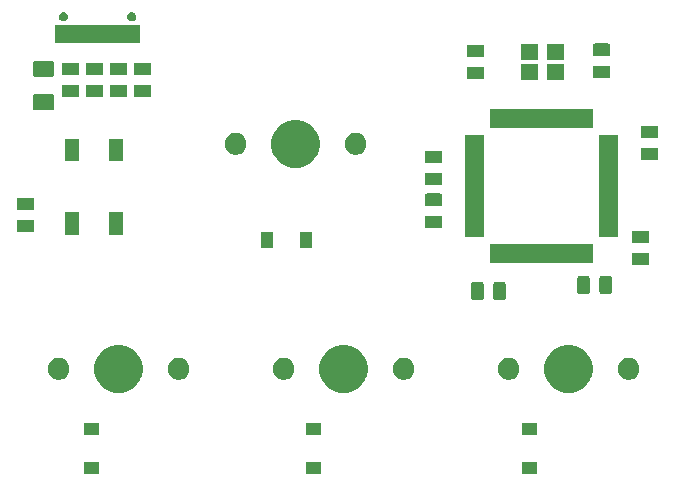
<source format=gbr>
G04 #@! TF.GenerationSoftware,KiCad,Pcbnew,(5.1.4)-1*
G04 #@! TF.CreationDate,2022-10-19T22:43:07-05:00*
G04 #@! TF.ProjectId,MusePad,4d757365-5061-4642-9e6b-696361645f70,rev?*
G04 #@! TF.SameCoordinates,Original*
G04 #@! TF.FileFunction,Soldermask,Bot*
G04 #@! TF.FilePolarity,Negative*
%FSLAX46Y46*%
G04 Gerber Fmt 4.6, Leading zero omitted, Abs format (unit mm)*
G04 Created by KiCad (PCBNEW (5.1.4)-1) date 2022-10-19 22:43:07*
%MOMM*%
%LPD*%
G04 APERTURE LIST*
%ADD10C,0.100000*%
G04 APERTURE END LIST*
D10*
G36*
X47895000Y-131563000D02*
G01*
X46593000Y-131563000D01*
X46593000Y-130561000D01*
X47895000Y-130561000D01*
X47895000Y-131563000D01*
X47895000Y-131563000D01*
G37*
G36*
X66691000Y-131563000D02*
G01*
X65389000Y-131563000D01*
X65389000Y-130561000D01*
X66691000Y-130561000D01*
X66691000Y-131563000D01*
X66691000Y-131563000D01*
G37*
G36*
X84979000Y-131563000D02*
G01*
X83677000Y-131563000D01*
X83677000Y-130561000D01*
X84979000Y-130561000D01*
X84979000Y-131563000D01*
X84979000Y-131563000D01*
G37*
G36*
X84979000Y-128263000D02*
G01*
X83677000Y-128263000D01*
X83677000Y-127261000D01*
X84979000Y-127261000D01*
X84979000Y-128263000D01*
X84979000Y-128263000D01*
G37*
G36*
X66691000Y-128263000D02*
G01*
X65389000Y-128263000D01*
X65389000Y-127261000D01*
X66691000Y-127261000D01*
X66691000Y-128263000D01*
X66691000Y-128263000D01*
G37*
G36*
X47895000Y-128263000D02*
G01*
X46593000Y-128263000D01*
X46593000Y-127261000D01*
X47895000Y-127261000D01*
X47895000Y-128263000D01*
X47895000Y-128263000D01*
G37*
G36*
X88226474Y-120715684D02*
G01*
X88444474Y-120805983D01*
X88598623Y-120869833D01*
X88933548Y-121093623D01*
X89218377Y-121378452D01*
X89442167Y-121713377D01*
X89474562Y-121791586D01*
X89596316Y-122085526D01*
X89674900Y-122480594D01*
X89674900Y-122883406D01*
X89596316Y-123278474D01*
X89545451Y-123401272D01*
X89442167Y-123650623D01*
X89218377Y-123985548D01*
X88933548Y-124270377D01*
X88598623Y-124494167D01*
X88444474Y-124558017D01*
X88226474Y-124648316D01*
X87831406Y-124726900D01*
X87428594Y-124726900D01*
X87033526Y-124648316D01*
X86815526Y-124558017D01*
X86661377Y-124494167D01*
X86326452Y-124270377D01*
X86041623Y-123985548D01*
X85817833Y-123650623D01*
X85714549Y-123401272D01*
X85663684Y-123278474D01*
X85585100Y-122883406D01*
X85585100Y-122480594D01*
X85663684Y-122085526D01*
X85785438Y-121791586D01*
X85817833Y-121713377D01*
X86041623Y-121378452D01*
X86326452Y-121093623D01*
X86661377Y-120869833D01*
X86815526Y-120805983D01*
X87033526Y-120715684D01*
X87428594Y-120637100D01*
X87831406Y-120637100D01*
X88226474Y-120715684D01*
X88226474Y-120715684D01*
G37*
G36*
X69176474Y-120715684D02*
G01*
X69394474Y-120805983D01*
X69548623Y-120869833D01*
X69883548Y-121093623D01*
X70168377Y-121378452D01*
X70392167Y-121713377D01*
X70424562Y-121791586D01*
X70546316Y-122085526D01*
X70624900Y-122480594D01*
X70624900Y-122883406D01*
X70546316Y-123278474D01*
X70495451Y-123401272D01*
X70392167Y-123650623D01*
X70168377Y-123985548D01*
X69883548Y-124270377D01*
X69548623Y-124494167D01*
X69394474Y-124558017D01*
X69176474Y-124648316D01*
X68781406Y-124726900D01*
X68378594Y-124726900D01*
X67983526Y-124648316D01*
X67765526Y-124558017D01*
X67611377Y-124494167D01*
X67276452Y-124270377D01*
X66991623Y-123985548D01*
X66767833Y-123650623D01*
X66664549Y-123401272D01*
X66613684Y-123278474D01*
X66535100Y-122883406D01*
X66535100Y-122480594D01*
X66613684Y-122085526D01*
X66735438Y-121791586D01*
X66767833Y-121713377D01*
X66991623Y-121378452D01*
X67276452Y-121093623D01*
X67611377Y-120869833D01*
X67765526Y-120805983D01*
X67983526Y-120715684D01*
X68378594Y-120637100D01*
X68781406Y-120637100D01*
X69176474Y-120715684D01*
X69176474Y-120715684D01*
G37*
G36*
X50126474Y-120715684D02*
G01*
X50344474Y-120805983D01*
X50498623Y-120869833D01*
X50833548Y-121093623D01*
X51118377Y-121378452D01*
X51342167Y-121713377D01*
X51374562Y-121791586D01*
X51496316Y-122085526D01*
X51574900Y-122480594D01*
X51574900Y-122883406D01*
X51496316Y-123278474D01*
X51445451Y-123401272D01*
X51342167Y-123650623D01*
X51118377Y-123985548D01*
X50833548Y-124270377D01*
X50498623Y-124494167D01*
X50344474Y-124558017D01*
X50126474Y-124648316D01*
X49731406Y-124726900D01*
X49328594Y-124726900D01*
X48933526Y-124648316D01*
X48715526Y-124558017D01*
X48561377Y-124494167D01*
X48226452Y-124270377D01*
X47941623Y-123985548D01*
X47717833Y-123650623D01*
X47614549Y-123401272D01*
X47563684Y-123278474D01*
X47485100Y-122883406D01*
X47485100Y-122480594D01*
X47563684Y-122085526D01*
X47685438Y-121791586D01*
X47717833Y-121713377D01*
X47941623Y-121378452D01*
X48226452Y-121093623D01*
X48561377Y-120869833D01*
X48715526Y-120805983D01*
X48933526Y-120715684D01*
X49328594Y-120637100D01*
X49731406Y-120637100D01*
X50126474Y-120715684D01*
X50126474Y-120715684D01*
G37*
G36*
X82820104Y-121791585D02*
G01*
X82988626Y-121861389D01*
X83140291Y-121962728D01*
X83269272Y-122091709D01*
X83370611Y-122243374D01*
X83440415Y-122411896D01*
X83476000Y-122590797D01*
X83476000Y-122773203D01*
X83440415Y-122952104D01*
X83370611Y-123120626D01*
X83269272Y-123272291D01*
X83140291Y-123401272D01*
X82988626Y-123502611D01*
X82820104Y-123572415D01*
X82641203Y-123608000D01*
X82458797Y-123608000D01*
X82279896Y-123572415D01*
X82111374Y-123502611D01*
X81959709Y-123401272D01*
X81830728Y-123272291D01*
X81729389Y-123120626D01*
X81659585Y-122952104D01*
X81624000Y-122773203D01*
X81624000Y-122590797D01*
X81659585Y-122411896D01*
X81729389Y-122243374D01*
X81830728Y-122091709D01*
X81959709Y-121962728D01*
X82111374Y-121861389D01*
X82279896Y-121791585D01*
X82458797Y-121756000D01*
X82641203Y-121756000D01*
X82820104Y-121791585D01*
X82820104Y-121791585D01*
G37*
G36*
X73930104Y-121791585D02*
G01*
X74098626Y-121861389D01*
X74250291Y-121962728D01*
X74379272Y-122091709D01*
X74480611Y-122243374D01*
X74550415Y-122411896D01*
X74586000Y-122590797D01*
X74586000Y-122773203D01*
X74550415Y-122952104D01*
X74480611Y-123120626D01*
X74379272Y-123272291D01*
X74250291Y-123401272D01*
X74098626Y-123502611D01*
X73930104Y-123572415D01*
X73751203Y-123608000D01*
X73568797Y-123608000D01*
X73389896Y-123572415D01*
X73221374Y-123502611D01*
X73069709Y-123401272D01*
X72940728Y-123272291D01*
X72839389Y-123120626D01*
X72769585Y-122952104D01*
X72734000Y-122773203D01*
X72734000Y-122590797D01*
X72769585Y-122411896D01*
X72839389Y-122243374D01*
X72940728Y-122091709D01*
X73069709Y-121962728D01*
X73221374Y-121861389D01*
X73389896Y-121791585D01*
X73568797Y-121756000D01*
X73751203Y-121756000D01*
X73930104Y-121791585D01*
X73930104Y-121791585D01*
G37*
G36*
X92980104Y-121791585D02*
G01*
X93148626Y-121861389D01*
X93300291Y-121962728D01*
X93429272Y-122091709D01*
X93530611Y-122243374D01*
X93600415Y-122411896D01*
X93636000Y-122590797D01*
X93636000Y-122773203D01*
X93600415Y-122952104D01*
X93530611Y-123120626D01*
X93429272Y-123272291D01*
X93300291Y-123401272D01*
X93148626Y-123502611D01*
X92980104Y-123572415D01*
X92801203Y-123608000D01*
X92618797Y-123608000D01*
X92439896Y-123572415D01*
X92271374Y-123502611D01*
X92119709Y-123401272D01*
X91990728Y-123272291D01*
X91889389Y-123120626D01*
X91819585Y-122952104D01*
X91784000Y-122773203D01*
X91784000Y-122590797D01*
X91819585Y-122411896D01*
X91889389Y-122243374D01*
X91990728Y-122091709D01*
X92119709Y-121962728D01*
X92271374Y-121861389D01*
X92439896Y-121791585D01*
X92618797Y-121756000D01*
X92801203Y-121756000D01*
X92980104Y-121791585D01*
X92980104Y-121791585D01*
G37*
G36*
X63770104Y-121791585D02*
G01*
X63938626Y-121861389D01*
X64090291Y-121962728D01*
X64219272Y-122091709D01*
X64320611Y-122243374D01*
X64390415Y-122411896D01*
X64426000Y-122590797D01*
X64426000Y-122773203D01*
X64390415Y-122952104D01*
X64320611Y-123120626D01*
X64219272Y-123272291D01*
X64090291Y-123401272D01*
X63938626Y-123502611D01*
X63770104Y-123572415D01*
X63591203Y-123608000D01*
X63408797Y-123608000D01*
X63229896Y-123572415D01*
X63061374Y-123502611D01*
X62909709Y-123401272D01*
X62780728Y-123272291D01*
X62679389Y-123120626D01*
X62609585Y-122952104D01*
X62574000Y-122773203D01*
X62574000Y-122590797D01*
X62609585Y-122411896D01*
X62679389Y-122243374D01*
X62780728Y-122091709D01*
X62909709Y-121962728D01*
X63061374Y-121861389D01*
X63229896Y-121791585D01*
X63408797Y-121756000D01*
X63591203Y-121756000D01*
X63770104Y-121791585D01*
X63770104Y-121791585D01*
G37*
G36*
X54880104Y-121791585D02*
G01*
X55048626Y-121861389D01*
X55200291Y-121962728D01*
X55329272Y-122091709D01*
X55430611Y-122243374D01*
X55500415Y-122411896D01*
X55536000Y-122590797D01*
X55536000Y-122773203D01*
X55500415Y-122952104D01*
X55430611Y-123120626D01*
X55329272Y-123272291D01*
X55200291Y-123401272D01*
X55048626Y-123502611D01*
X54880104Y-123572415D01*
X54701203Y-123608000D01*
X54518797Y-123608000D01*
X54339896Y-123572415D01*
X54171374Y-123502611D01*
X54019709Y-123401272D01*
X53890728Y-123272291D01*
X53789389Y-123120626D01*
X53719585Y-122952104D01*
X53684000Y-122773203D01*
X53684000Y-122590797D01*
X53719585Y-122411896D01*
X53789389Y-122243374D01*
X53890728Y-122091709D01*
X54019709Y-121962728D01*
X54171374Y-121861389D01*
X54339896Y-121791585D01*
X54518797Y-121756000D01*
X54701203Y-121756000D01*
X54880104Y-121791585D01*
X54880104Y-121791585D01*
G37*
G36*
X44720104Y-121791585D02*
G01*
X44888626Y-121861389D01*
X45040291Y-121962728D01*
X45169272Y-122091709D01*
X45270611Y-122243374D01*
X45340415Y-122411896D01*
X45376000Y-122590797D01*
X45376000Y-122773203D01*
X45340415Y-122952104D01*
X45270611Y-123120626D01*
X45169272Y-123272291D01*
X45040291Y-123401272D01*
X44888626Y-123502611D01*
X44720104Y-123572415D01*
X44541203Y-123608000D01*
X44358797Y-123608000D01*
X44179896Y-123572415D01*
X44011374Y-123502611D01*
X43859709Y-123401272D01*
X43730728Y-123272291D01*
X43629389Y-123120626D01*
X43559585Y-122952104D01*
X43524000Y-122773203D01*
X43524000Y-122590797D01*
X43559585Y-122411896D01*
X43629389Y-122243374D01*
X43730728Y-122091709D01*
X43859709Y-121962728D01*
X44011374Y-121861389D01*
X44179896Y-121791585D01*
X44358797Y-121756000D01*
X44541203Y-121756000D01*
X44720104Y-121791585D01*
X44720104Y-121791585D01*
G37*
G36*
X82159968Y-115331565D02*
G01*
X82198638Y-115343296D01*
X82234277Y-115362346D01*
X82265517Y-115387983D01*
X82291154Y-115419223D01*
X82310204Y-115454862D01*
X82321935Y-115493532D01*
X82326500Y-115539888D01*
X82326500Y-116616112D01*
X82321935Y-116662468D01*
X82310204Y-116701138D01*
X82291154Y-116736777D01*
X82265517Y-116768017D01*
X82234277Y-116793654D01*
X82198638Y-116812704D01*
X82159968Y-116824435D01*
X82113612Y-116829000D01*
X81462388Y-116829000D01*
X81416032Y-116824435D01*
X81377362Y-116812704D01*
X81341723Y-116793654D01*
X81310483Y-116768017D01*
X81284846Y-116736777D01*
X81265796Y-116701138D01*
X81254065Y-116662468D01*
X81249500Y-116616112D01*
X81249500Y-115539888D01*
X81254065Y-115493532D01*
X81265796Y-115454862D01*
X81284846Y-115419223D01*
X81310483Y-115387983D01*
X81341723Y-115362346D01*
X81377362Y-115343296D01*
X81416032Y-115331565D01*
X81462388Y-115327000D01*
X82113612Y-115327000D01*
X82159968Y-115331565D01*
X82159968Y-115331565D01*
G37*
G36*
X80284968Y-115331565D02*
G01*
X80323638Y-115343296D01*
X80359277Y-115362346D01*
X80390517Y-115387983D01*
X80416154Y-115419223D01*
X80435204Y-115454862D01*
X80446935Y-115493532D01*
X80451500Y-115539888D01*
X80451500Y-116616112D01*
X80446935Y-116662468D01*
X80435204Y-116701138D01*
X80416154Y-116736777D01*
X80390517Y-116768017D01*
X80359277Y-116793654D01*
X80323638Y-116812704D01*
X80284968Y-116824435D01*
X80238612Y-116829000D01*
X79587388Y-116829000D01*
X79541032Y-116824435D01*
X79502362Y-116812704D01*
X79466723Y-116793654D01*
X79435483Y-116768017D01*
X79409846Y-116736777D01*
X79390796Y-116701138D01*
X79379065Y-116662468D01*
X79374500Y-116616112D01*
X79374500Y-115539888D01*
X79379065Y-115493532D01*
X79390796Y-115454862D01*
X79409846Y-115419223D01*
X79435483Y-115387983D01*
X79466723Y-115362346D01*
X79502362Y-115343296D01*
X79541032Y-115331565D01*
X79587388Y-115327000D01*
X80238612Y-115327000D01*
X80284968Y-115331565D01*
X80284968Y-115331565D01*
G37*
G36*
X91146968Y-114823565D02*
G01*
X91185638Y-114835296D01*
X91221277Y-114854346D01*
X91252517Y-114879983D01*
X91278154Y-114911223D01*
X91297204Y-114946862D01*
X91308935Y-114985532D01*
X91313500Y-115031888D01*
X91313500Y-116108112D01*
X91308935Y-116154468D01*
X91297204Y-116193138D01*
X91278154Y-116228777D01*
X91252517Y-116260017D01*
X91221277Y-116285654D01*
X91185638Y-116304704D01*
X91146968Y-116316435D01*
X91100612Y-116321000D01*
X90449388Y-116321000D01*
X90403032Y-116316435D01*
X90364362Y-116304704D01*
X90328723Y-116285654D01*
X90297483Y-116260017D01*
X90271846Y-116228777D01*
X90252796Y-116193138D01*
X90241065Y-116154468D01*
X90236500Y-116108112D01*
X90236500Y-115031888D01*
X90241065Y-114985532D01*
X90252796Y-114946862D01*
X90271846Y-114911223D01*
X90297483Y-114879983D01*
X90328723Y-114854346D01*
X90364362Y-114835296D01*
X90403032Y-114823565D01*
X90449388Y-114819000D01*
X91100612Y-114819000D01*
X91146968Y-114823565D01*
X91146968Y-114823565D01*
G37*
G36*
X89271968Y-114823565D02*
G01*
X89310638Y-114835296D01*
X89346277Y-114854346D01*
X89377517Y-114879983D01*
X89403154Y-114911223D01*
X89422204Y-114946862D01*
X89433935Y-114985532D01*
X89438500Y-115031888D01*
X89438500Y-116108112D01*
X89433935Y-116154468D01*
X89422204Y-116193138D01*
X89403154Y-116228777D01*
X89377517Y-116260017D01*
X89346277Y-116285654D01*
X89310638Y-116304704D01*
X89271968Y-116316435D01*
X89225612Y-116321000D01*
X88574388Y-116321000D01*
X88528032Y-116316435D01*
X88489362Y-116304704D01*
X88453723Y-116285654D01*
X88422483Y-116260017D01*
X88396846Y-116228777D01*
X88377796Y-116193138D01*
X88366065Y-116154468D01*
X88361500Y-116108112D01*
X88361500Y-115031888D01*
X88366065Y-114985532D01*
X88377796Y-114946862D01*
X88396846Y-114911223D01*
X88422483Y-114879983D01*
X88453723Y-114854346D01*
X88489362Y-114835296D01*
X88528032Y-114823565D01*
X88574388Y-114819000D01*
X89225612Y-114819000D01*
X89271968Y-114823565D01*
X89271968Y-114823565D01*
G37*
G36*
X94310468Y-112847065D02*
G01*
X94349138Y-112858796D01*
X94384777Y-112877846D01*
X94416017Y-112903483D01*
X94441654Y-112934723D01*
X94460704Y-112970362D01*
X94472435Y-113009032D01*
X94477000Y-113055388D01*
X94477000Y-113706612D01*
X94472435Y-113752968D01*
X94460704Y-113791638D01*
X94441654Y-113827277D01*
X94416017Y-113858517D01*
X94384777Y-113884154D01*
X94349138Y-113903204D01*
X94310468Y-113914935D01*
X94264112Y-113919500D01*
X93187888Y-113919500D01*
X93141532Y-113914935D01*
X93102862Y-113903204D01*
X93067223Y-113884154D01*
X93035983Y-113858517D01*
X93010346Y-113827277D01*
X92991296Y-113791638D01*
X92979565Y-113752968D01*
X92975000Y-113706612D01*
X92975000Y-113055388D01*
X92979565Y-113009032D01*
X92991296Y-112970362D01*
X93010346Y-112934723D01*
X93035983Y-112903483D01*
X93067223Y-112877846D01*
X93102862Y-112858796D01*
X93141532Y-112847065D01*
X93187888Y-112842500D01*
X94264112Y-112842500D01*
X94310468Y-112847065D01*
X94310468Y-112847065D01*
G37*
G36*
X89670000Y-113689000D02*
G01*
X81018000Y-113689000D01*
X81018000Y-112087000D01*
X89670000Y-112087000D01*
X89670000Y-113689000D01*
X89670000Y-113689000D01*
G37*
G36*
X62605000Y-112411000D02*
G01*
X61603000Y-112411000D01*
X61603000Y-111109000D01*
X62605000Y-111109000D01*
X62605000Y-112411000D01*
X62605000Y-112411000D01*
G37*
G36*
X65905000Y-112411000D02*
G01*
X64903000Y-112411000D01*
X64903000Y-111109000D01*
X65905000Y-111109000D01*
X65905000Y-112411000D01*
X65905000Y-112411000D01*
G37*
G36*
X94310468Y-110972065D02*
G01*
X94349138Y-110983796D01*
X94384777Y-111002846D01*
X94416017Y-111028483D01*
X94441654Y-111059723D01*
X94460704Y-111095362D01*
X94472435Y-111134032D01*
X94477000Y-111180388D01*
X94477000Y-111831612D01*
X94472435Y-111877968D01*
X94460704Y-111916638D01*
X94441654Y-111952277D01*
X94416017Y-111983517D01*
X94384777Y-112009154D01*
X94349138Y-112028204D01*
X94310468Y-112039935D01*
X94264112Y-112044500D01*
X93187888Y-112044500D01*
X93141532Y-112039935D01*
X93102862Y-112028204D01*
X93067223Y-112009154D01*
X93035983Y-111983517D01*
X93010346Y-111952277D01*
X92991296Y-111916638D01*
X92979565Y-111877968D01*
X92975000Y-111831612D01*
X92975000Y-111180388D01*
X92979565Y-111134032D01*
X92991296Y-111095362D01*
X93010346Y-111059723D01*
X93035983Y-111028483D01*
X93067223Y-111002846D01*
X93102862Y-110983796D01*
X93141532Y-110972065D01*
X93187888Y-110967500D01*
X94264112Y-110967500D01*
X94310468Y-110972065D01*
X94310468Y-110972065D01*
G37*
G36*
X91845000Y-111514000D02*
G01*
X90243000Y-111514000D01*
X90243000Y-102862000D01*
X91845000Y-102862000D01*
X91845000Y-111514000D01*
X91845000Y-111514000D01*
G37*
G36*
X80445000Y-111514000D02*
G01*
X78843000Y-111514000D01*
X78843000Y-102862000D01*
X80445000Y-102862000D01*
X80445000Y-111514000D01*
X80445000Y-111514000D01*
G37*
G36*
X49897000Y-111311000D02*
G01*
X48695000Y-111311000D01*
X48695000Y-109409000D01*
X49897000Y-109409000D01*
X49897000Y-111311000D01*
X49897000Y-111311000D01*
G37*
G36*
X46197000Y-111311000D02*
G01*
X44995000Y-111311000D01*
X44995000Y-109409000D01*
X46197000Y-109409000D01*
X46197000Y-111311000D01*
X46197000Y-111311000D01*
G37*
G36*
X42240468Y-110053065D02*
G01*
X42279138Y-110064796D01*
X42314777Y-110083846D01*
X42346017Y-110109483D01*
X42371654Y-110140723D01*
X42390704Y-110176362D01*
X42402435Y-110215032D01*
X42407000Y-110261388D01*
X42407000Y-110912612D01*
X42402435Y-110958968D01*
X42390704Y-110997638D01*
X42371654Y-111033277D01*
X42346017Y-111064517D01*
X42314777Y-111090154D01*
X42279138Y-111109204D01*
X42240468Y-111120935D01*
X42194112Y-111125500D01*
X41117888Y-111125500D01*
X41071532Y-111120935D01*
X41032862Y-111109204D01*
X40997223Y-111090154D01*
X40965983Y-111064517D01*
X40940346Y-111033277D01*
X40921296Y-110997638D01*
X40909565Y-110958968D01*
X40905000Y-110912612D01*
X40905000Y-110261388D01*
X40909565Y-110215032D01*
X40921296Y-110176362D01*
X40940346Y-110140723D01*
X40965983Y-110109483D01*
X40997223Y-110083846D01*
X41032862Y-110064796D01*
X41071532Y-110053065D01*
X41117888Y-110048500D01*
X42194112Y-110048500D01*
X42240468Y-110053065D01*
X42240468Y-110053065D01*
G37*
G36*
X76784468Y-109702065D02*
G01*
X76823138Y-109713796D01*
X76858777Y-109732846D01*
X76890017Y-109758483D01*
X76915654Y-109789723D01*
X76934704Y-109825362D01*
X76946435Y-109864032D01*
X76951000Y-109910388D01*
X76951000Y-110561612D01*
X76946435Y-110607968D01*
X76934704Y-110646638D01*
X76915654Y-110682277D01*
X76890017Y-110713517D01*
X76858777Y-110739154D01*
X76823138Y-110758204D01*
X76784468Y-110769935D01*
X76738112Y-110774500D01*
X75661888Y-110774500D01*
X75615532Y-110769935D01*
X75576862Y-110758204D01*
X75541223Y-110739154D01*
X75509983Y-110713517D01*
X75484346Y-110682277D01*
X75465296Y-110646638D01*
X75453565Y-110607968D01*
X75449000Y-110561612D01*
X75449000Y-109910388D01*
X75453565Y-109864032D01*
X75465296Y-109825362D01*
X75484346Y-109789723D01*
X75509983Y-109758483D01*
X75541223Y-109732846D01*
X75576862Y-109713796D01*
X75615532Y-109702065D01*
X75661888Y-109697500D01*
X76738112Y-109697500D01*
X76784468Y-109702065D01*
X76784468Y-109702065D01*
G37*
G36*
X42240468Y-108178065D02*
G01*
X42279138Y-108189796D01*
X42314777Y-108208846D01*
X42346017Y-108234483D01*
X42371654Y-108265723D01*
X42390704Y-108301362D01*
X42402435Y-108340032D01*
X42407000Y-108386388D01*
X42407000Y-109037612D01*
X42402435Y-109083968D01*
X42390704Y-109122638D01*
X42371654Y-109158277D01*
X42346017Y-109189517D01*
X42314777Y-109215154D01*
X42279138Y-109234204D01*
X42240468Y-109245935D01*
X42194112Y-109250500D01*
X41117888Y-109250500D01*
X41071532Y-109245935D01*
X41032862Y-109234204D01*
X40997223Y-109215154D01*
X40965983Y-109189517D01*
X40940346Y-109158277D01*
X40921296Y-109122638D01*
X40909565Y-109083968D01*
X40905000Y-109037612D01*
X40905000Y-108386388D01*
X40909565Y-108340032D01*
X40921296Y-108301362D01*
X40940346Y-108265723D01*
X40965983Y-108234483D01*
X40997223Y-108208846D01*
X41032862Y-108189796D01*
X41071532Y-108178065D01*
X41117888Y-108173500D01*
X42194112Y-108173500D01*
X42240468Y-108178065D01*
X42240468Y-108178065D01*
G37*
G36*
X76784468Y-107827065D02*
G01*
X76823138Y-107838796D01*
X76858777Y-107857846D01*
X76890017Y-107883483D01*
X76915654Y-107914723D01*
X76934704Y-107950362D01*
X76946435Y-107989032D01*
X76951000Y-108035388D01*
X76951000Y-108686612D01*
X76946435Y-108732968D01*
X76934704Y-108771638D01*
X76915654Y-108807277D01*
X76890017Y-108838517D01*
X76858777Y-108864154D01*
X76823138Y-108883204D01*
X76784468Y-108894935D01*
X76738112Y-108899500D01*
X75661888Y-108899500D01*
X75615532Y-108894935D01*
X75576862Y-108883204D01*
X75541223Y-108864154D01*
X75509983Y-108838517D01*
X75484346Y-108807277D01*
X75465296Y-108771638D01*
X75453565Y-108732968D01*
X75449000Y-108686612D01*
X75449000Y-108035388D01*
X75453565Y-107989032D01*
X75465296Y-107950362D01*
X75484346Y-107914723D01*
X75509983Y-107883483D01*
X75541223Y-107857846D01*
X75576862Y-107838796D01*
X75615532Y-107827065D01*
X75661888Y-107822500D01*
X76738112Y-107822500D01*
X76784468Y-107827065D01*
X76784468Y-107827065D01*
G37*
G36*
X76784468Y-106067565D02*
G01*
X76823138Y-106079296D01*
X76858777Y-106098346D01*
X76890017Y-106123983D01*
X76915654Y-106155223D01*
X76934704Y-106190862D01*
X76946435Y-106229532D01*
X76951000Y-106275888D01*
X76951000Y-106927112D01*
X76946435Y-106973468D01*
X76934704Y-107012138D01*
X76915654Y-107047777D01*
X76890017Y-107079017D01*
X76858777Y-107104654D01*
X76823138Y-107123704D01*
X76784468Y-107135435D01*
X76738112Y-107140000D01*
X75661888Y-107140000D01*
X75615532Y-107135435D01*
X75576862Y-107123704D01*
X75541223Y-107104654D01*
X75509983Y-107079017D01*
X75484346Y-107047777D01*
X75465296Y-107012138D01*
X75453565Y-106973468D01*
X75449000Y-106927112D01*
X75449000Y-106275888D01*
X75453565Y-106229532D01*
X75465296Y-106190862D01*
X75484346Y-106155223D01*
X75509983Y-106123983D01*
X75541223Y-106098346D01*
X75576862Y-106079296D01*
X75615532Y-106067565D01*
X75661888Y-106063000D01*
X76738112Y-106063000D01*
X76784468Y-106067565D01*
X76784468Y-106067565D01*
G37*
G36*
X65112474Y-101665684D02*
G01*
X65330474Y-101755983D01*
X65484623Y-101819833D01*
X65819548Y-102043623D01*
X66104377Y-102328452D01*
X66328167Y-102663377D01*
X66360562Y-102741586D01*
X66482316Y-103035526D01*
X66560900Y-103430594D01*
X66560900Y-103833406D01*
X66482316Y-104228474D01*
X66392017Y-104446474D01*
X66328167Y-104600623D01*
X66104377Y-104935548D01*
X65819548Y-105220377D01*
X65484623Y-105444167D01*
X65330474Y-105508017D01*
X65112474Y-105598316D01*
X64717406Y-105676900D01*
X64314594Y-105676900D01*
X63919526Y-105598316D01*
X63701526Y-105508017D01*
X63547377Y-105444167D01*
X63212452Y-105220377D01*
X62927623Y-104935548D01*
X62703833Y-104600623D01*
X62639983Y-104446474D01*
X62549684Y-104228474D01*
X62471100Y-103833406D01*
X62471100Y-103430594D01*
X62549684Y-103035526D01*
X62671438Y-102741586D01*
X62703833Y-102663377D01*
X62927623Y-102328452D01*
X63212452Y-102043623D01*
X63547377Y-101819833D01*
X63701526Y-101755983D01*
X63919526Y-101665684D01*
X64314594Y-101587100D01*
X64717406Y-101587100D01*
X65112474Y-101665684D01*
X65112474Y-101665684D01*
G37*
G36*
X76784468Y-104192565D02*
G01*
X76823138Y-104204296D01*
X76858777Y-104223346D01*
X76890017Y-104248983D01*
X76915654Y-104280223D01*
X76934704Y-104315862D01*
X76946435Y-104354532D01*
X76951000Y-104400888D01*
X76951000Y-105052112D01*
X76946435Y-105098468D01*
X76934704Y-105137138D01*
X76915654Y-105172777D01*
X76890017Y-105204017D01*
X76858777Y-105229654D01*
X76823138Y-105248704D01*
X76784468Y-105260435D01*
X76738112Y-105265000D01*
X75661888Y-105265000D01*
X75615532Y-105260435D01*
X75576862Y-105248704D01*
X75541223Y-105229654D01*
X75509983Y-105204017D01*
X75484346Y-105172777D01*
X75465296Y-105137138D01*
X75453565Y-105098468D01*
X75449000Y-105052112D01*
X75449000Y-104400888D01*
X75453565Y-104354532D01*
X75465296Y-104315862D01*
X75484346Y-104280223D01*
X75509983Y-104248983D01*
X75541223Y-104223346D01*
X75576862Y-104204296D01*
X75615532Y-104192565D01*
X75661888Y-104188000D01*
X76738112Y-104188000D01*
X76784468Y-104192565D01*
X76784468Y-104192565D01*
G37*
G36*
X49897000Y-105111000D02*
G01*
X48695000Y-105111000D01*
X48695000Y-103209000D01*
X49897000Y-103209000D01*
X49897000Y-105111000D01*
X49897000Y-105111000D01*
G37*
G36*
X46197000Y-105111000D02*
G01*
X44995000Y-105111000D01*
X44995000Y-103209000D01*
X46197000Y-103209000D01*
X46197000Y-105111000D01*
X46197000Y-105111000D01*
G37*
G36*
X95072468Y-103957065D02*
G01*
X95111138Y-103968796D01*
X95146777Y-103987846D01*
X95178017Y-104013483D01*
X95203654Y-104044723D01*
X95222704Y-104080362D01*
X95234435Y-104119032D01*
X95239000Y-104165388D01*
X95239000Y-104816612D01*
X95234435Y-104862968D01*
X95222704Y-104901638D01*
X95203654Y-104937277D01*
X95178017Y-104968517D01*
X95146777Y-104994154D01*
X95111138Y-105013204D01*
X95072468Y-105024935D01*
X95026112Y-105029500D01*
X93949888Y-105029500D01*
X93903532Y-105024935D01*
X93864862Y-105013204D01*
X93829223Y-104994154D01*
X93797983Y-104968517D01*
X93772346Y-104937277D01*
X93753296Y-104901638D01*
X93741565Y-104862968D01*
X93737000Y-104816612D01*
X93737000Y-104165388D01*
X93741565Y-104119032D01*
X93753296Y-104080362D01*
X93772346Y-104044723D01*
X93797983Y-104013483D01*
X93829223Y-103987846D01*
X93864862Y-103968796D01*
X93903532Y-103957065D01*
X93949888Y-103952500D01*
X95026112Y-103952500D01*
X95072468Y-103957065D01*
X95072468Y-103957065D01*
G37*
G36*
X69866104Y-102741585D02*
G01*
X70034626Y-102811389D01*
X70186291Y-102912728D01*
X70315272Y-103041709D01*
X70416611Y-103193374D01*
X70486415Y-103361896D01*
X70522000Y-103540797D01*
X70522000Y-103723203D01*
X70486415Y-103902104D01*
X70416611Y-104070626D01*
X70315272Y-104222291D01*
X70186291Y-104351272D01*
X70034626Y-104452611D01*
X69866104Y-104522415D01*
X69687203Y-104558000D01*
X69504797Y-104558000D01*
X69325896Y-104522415D01*
X69157374Y-104452611D01*
X69005709Y-104351272D01*
X68876728Y-104222291D01*
X68775389Y-104070626D01*
X68705585Y-103902104D01*
X68670000Y-103723203D01*
X68670000Y-103540797D01*
X68705585Y-103361896D01*
X68775389Y-103193374D01*
X68876728Y-103041709D01*
X69005709Y-102912728D01*
X69157374Y-102811389D01*
X69325896Y-102741585D01*
X69504797Y-102706000D01*
X69687203Y-102706000D01*
X69866104Y-102741585D01*
X69866104Y-102741585D01*
G37*
G36*
X59706104Y-102741585D02*
G01*
X59874626Y-102811389D01*
X60026291Y-102912728D01*
X60155272Y-103041709D01*
X60256611Y-103193374D01*
X60326415Y-103361896D01*
X60362000Y-103540797D01*
X60362000Y-103723203D01*
X60326415Y-103902104D01*
X60256611Y-104070626D01*
X60155272Y-104222291D01*
X60026291Y-104351272D01*
X59874626Y-104452611D01*
X59706104Y-104522415D01*
X59527203Y-104558000D01*
X59344797Y-104558000D01*
X59165896Y-104522415D01*
X58997374Y-104452611D01*
X58845709Y-104351272D01*
X58716728Y-104222291D01*
X58615389Y-104070626D01*
X58545585Y-103902104D01*
X58510000Y-103723203D01*
X58510000Y-103540797D01*
X58545585Y-103361896D01*
X58615389Y-103193374D01*
X58716728Y-103041709D01*
X58845709Y-102912728D01*
X58997374Y-102811389D01*
X59165896Y-102741585D01*
X59344797Y-102706000D01*
X59527203Y-102706000D01*
X59706104Y-102741585D01*
X59706104Y-102741585D01*
G37*
G36*
X95072468Y-102082065D02*
G01*
X95111138Y-102093796D01*
X95146777Y-102112846D01*
X95178017Y-102138483D01*
X95203654Y-102169723D01*
X95222704Y-102205362D01*
X95234435Y-102244032D01*
X95239000Y-102290388D01*
X95239000Y-102941612D01*
X95234435Y-102987968D01*
X95222704Y-103026638D01*
X95203654Y-103062277D01*
X95178017Y-103093517D01*
X95146777Y-103119154D01*
X95111138Y-103138204D01*
X95072468Y-103149935D01*
X95026112Y-103154500D01*
X93949888Y-103154500D01*
X93903532Y-103149935D01*
X93864862Y-103138204D01*
X93829223Y-103119154D01*
X93797983Y-103093517D01*
X93772346Y-103062277D01*
X93753296Y-103026638D01*
X93741565Y-102987968D01*
X93737000Y-102941612D01*
X93737000Y-102290388D01*
X93741565Y-102244032D01*
X93753296Y-102205362D01*
X93772346Y-102169723D01*
X93797983Y-102138483D01*
X93829223Y-102112846D01*
X93864862Y-102093796D01*
X93903532Y-102082065D01*
X93949888Y-102077500D01*
X95026112Y-102077500D01*
X95072468Y-102082065D01*
X95072468Y-102082065D01*
G37*
G36*
X89670000Y-102289000D02*
G01*
X81018000Y-102289000D01*
X81018000Y-100687000D01*
X89670000Y-100687000D01*
X89670000Y-102289000D01*
X89670000Y-102289000D01*
G37*
G36*
X43948604Y-99404347D02*
G01*
X43985144Y-99415432D01*
X44018821Y-99433433D01*
X44048341Y-99457659D01*
X44072567Y-99487179D01*
X44090568Y-99520856D01*
X44101653Y-99557396D01*
X44106000Y-99601538D01*
X44106000Y-100550462D01*
X44101653Y-100594604D01*
X44090568Y-100631144D01*
X44072567Y-100664821D01*
X44048341Y-100694341D01*
X44018821Y-100718567D01*
X43985144Y-100736568D01*
X43948604Y-100747653D01*
X43904462Y-100752000D01*
X42455538Y-100752000D01*
X42411396Y-100747653D01*
X42374856Y-100736568D01*
X42341179Y-100718567D01*
X42311659Y-100694341D01*
X42287433Y-100664821D01*
X42269432Y-100631144D01*
X42258347Y-100594604D01*
X42254000Y-100550462D01*
X42254000Y-99601538D01*
X42258347Y-99557396D01*
X42269432Y-99520856D01*
X42287433Y-99487179D01*
X42311659Y-99457659D01*
X42341179Y-99433433D01*
X42374856Y-99415432D01*
X42411396Y-99404347D01*
X42455538Y-99400000D01*
X43904462Y-99400000D01*
X43948604Y-99404347D01*
X43948604Y-99404347D01*
G37*
G36*
X48082468Y-98623065D02*
G01*
X48121138Y-98634796D01*
X48156777Y-98653846D01*
X48188017Y-98679483D01*
X48213654Y-98710723D01*
X48232704Y-98746362D01*
X48244435Y-98785032D01*
X48249000Y-98831388D01*
X48249000Y-99482612D01*
X48244435Y-99528968D01*
X48232704Y-99567638D01*
X48213654Y-99603277D01*
X48188017Y-99634517D01*
X48156777Y-99660154D01*
X48121138Y-99679204D01*
X48082468Y-99690935D01*
X48036112Y-99695500D01*
X46959888Y-99695500D01*
X46913532Y-99690935D01*
X46874862Y-99679204D01*
X46839223Y-99660154D01*
X46807983Y-99634517D01*
X46782346Y-99603277D01*
X46763296Y-99567638D01*
X46751565Y-99528968D01*
X46747000Y-99482612D01*
X46747000Y-98831388D01*
X46751565Y-98785032D01*
X46763296Y-98746362D01*
X46782346Y-98710723D01*
X46807983Y-98679483D01*
X46839223Y-98653846D01*
X46874862Y-98634796D01*
X46913532Y-98623065D01*
X46959888Y-98618500D01*
X48036112Y-98618500D01*
X48082468Y-98623065D01*
X48082468Y-98623065D01*
G37*
G36*
X50114468Y-98623065D02*
G01*
X50153138Y-98634796D01*
X50188777Y-98653846D01*
X50220017Y-98679483D01*
X50245654Y-98710723D01*
X50264704Y-98746362D01*
X50276435Y-98785032D01*
X50281000Y-98831388D01*
X50281000Y-99482612D01*
X50276435Y-99528968D01*
X50264704Y-99567638D01*
X50245654Y-99603277D01*
X50220017Y-99634517D01*
X50188777Y-99660154D01*
X50153138Y-99679204D01*
X50114468Y-99690935D01*
X50068112Y-99695500D01*
X48991888Y-99695500D01*
X48945532Y-99690935D01*
X48906862Y-99679204D01*
X48871223Y-99660154D01*
X48839983Y-99634517D01*
X48814346Y-99603277D01*
X48795296Y-99567638D01*
X48783565Y-99528968D01*
X48779000Y-99482612D01*
X48779000Y-98831388D01*
X48783565Y-98785032D01*
X48795296Y-98746362D01*
X48814346Y-98710723D01*
X48839983Y-98679483D01*
X48871223Y-98653846D01*
X48906862Y-98634796D01*
X48945532Y-98623065D01*
X48991888Y-98618500D01*
X50068112Y-98618500D01*
X50114468Y-98623065D01*
X50114468Y-98623065D01*
G37*
G36*
X52146468Y-98623065D02*
G01*
X52185138Y-98634796D01*
X52220777Y-98653846D01*
X52252017Y-98679483D01*
X52277654Y-98710723D01*
X52296704Y-98746362D01*
X52308435Y-98785032D01*
X52313000Y-98831388D01*
X52313000Y-99482612D01*
X52308435Y-99528968D01*
X52296704Y-99567638D01*
X52277654Y-99603277D01*
X52252017Y-99634517D01*
X52220777Y-99660154D01*
X52185138Y-99679204D01*
X52146468Y-99690935D01*
X52100112Y-99695500D01*
X51023888Y-99695500D01*
X50977532Y-99690935D01*
X50938862Y-99679204D01*
X50903223Y-99660154D01*
X50871983Y-99634517D01*
X50846346Y-99603277D01*
X50827296Y-99567638D01*
X50815565Y-99528968D01*
X50811000Y-99482612D01*
X50811000Y-98831388D01*
X50815565Y-98785032D01*
X50827296Y-98746362D01*
X50846346Y-98710723D01*
X50871983Y-98679483D01*
X50903223Y-98653846D01*
X50938862Y-98634796D01*
X50977532Y-98623065D01*
X51023888Y-98618500D01*
X52100112Y-98618500D01*
X52146468Y-98623065D01*
X52146468Y-98623065D01*
G37*
G36*
X46050468Y-98623065D02*
G01*
X46089138Y-98634796D01*
X46124777Y-98653846D01*
X46156017Y-98679483D01*
X46181654Y-98710723D01*
X46200704Y-98746362D01*
X46212435Y-98785032D01*
X46217000Y-98831388D01*
X46217000Y-99482612D01*
X46212435Y-99528968D01*
X46200704Y-99567638D01*
X46181654Y-99603277D01*
X46156017Y-99634517D01*
X46124777Y-99660154D01*
X46089138Y-99679204D01*
X46050468Y-99690935D01*
X46004112Y-99695500D01*
X44927888Y-99695500D01*
X44881532Y-99690935D01*
X44842862Y-99679204D01*
X44807223Y-99660154D01*
X44775983Y-99634517D01*
X44750346Y-99603277D01*
X44731296Y-99567638D01*
X44719565Y-99528968D01*
X44715000Y-99482612D01*
X44715000Y-98831388D01*
X44719565Y-98785032D01*
X44731296Y-98746362D01*
X44750346Y-98710723D01*
X44775983Y-98679483D01*
X44807223Y-98653846D01*
X44842862Y-98634796D01*
X44881532Y-98623065D01*
X44927888Y-98618500D01*
X46004112Y-98618500D01*
X46050468Y-98623065D01*
X46050468Y-98623065D01*
G37*
G36*
X85079000Y-98187000D02*
G01*
X83577000Y-98187000D01*
X83577000Y-96885000D01*
X85079000Y-96885000D01*
X85079000Y-98187000D01*
X85079000Y-98187000D01*
G37*
G36*
X87279000Y-98187000D02*
G01*
X85777000Y-98187000D01*
X85777000Y-96885000D01*
X87279000Y-96885000D01*
X87279000Y-98187000D01*
X87279000Y-98187000D01*
G37*
G36*
X80340468Y-97099065D02*
G01*
X80379138Y-97110796D01*
X80414777Y-97129846D01*
X80446017Y-97155483D01*
X80471654Y-97186723D01*
X80490704Y-97222362D01*
X80502435Y-97261032D01*
X80507000Y-97307388D01*
X80507000Y-97958612D01*
X80502435Y-98004968D01*
X80490704Y-98043638D01*
X80471654Y-98079277D01*
X80446017Y-98110517D01*
X80414777Y-98136154D01*
X80379138Y-98155204D01*
X80340468Y-98166935D01*
X80294112Y-98171500D01*
X79217888Y-98171500D01*
X79171532Y-98166935D01*
X79132862Y-98155204D01*
X79097223Y-98136154D01*
X79065983Y-98110517D01*
X79040346Y-98079277D01*
X79021296Y-98043638D01*
X79009565Y-98004968D01*
X79005000Y-97958612D01*
X79005000Y-97307388D01*
X79009565Y-97261032D01*
X79021296Y-97222362D01*
X79040346Y-97186723D01*
X79065983Y-97155483D01*
X79097223Y-97129846D01*
X79132862Y-97110796D01*
X79171532Y-97099065D01*
X79217888Y-97094500D01*
X80294112Y-97094500D01*
X80340468Y-97099065D01*
X80340468Y-97099065D01*
G37*
G36*
X91008468Y-97002065D02*
G01*
X91047138Y-97013796D01*
X91082777Y-97032846D01*
X91114017Y-97058483D01*
X91139654Y-97089723D01*
X91158704Y-97125362D01*
X91170435Y-97164032D01*
X91175000Y-97210388D01*
X91175000Y-97861612D01*
X91170435Y-97907968D01*
X91158704Y-97946638D01*
X91139654Y-97982277D01*
X91114017Y-98013517D01*
X91082777Y-98039154D01*
X91047138Y-98058204D01*
X91008468Y-98069935D01*
X90962112Y-98074500D01*
X89885888Y-98074500D01*
X89839532Y-98069935D01*
X89800862Y-98058204D01*
X89765223Y-98039154D01*
X89733983Y-98013517D01*
X89708346Y-97982277D01*
X89689296Y-97946638D01*
X89677565Y-97907968D01*
X89673000Y-97861612D01*
X89673000Y-97210388D01*
X89677565Y-97164032D01*
X89689296Y-97125362D01*
X89708346Y-97089723D01*
X89733983Y-97058483D01*
X89765223Y-97032846D01*
X89800862Y-97013796D01*
X89839532Y-97002065D01*
X89885888Y-96997500D01*
X90962112Y-96997500D01*
X91008468Y-97002065D01*
X91008468Y-97002065D01*
G37*
G36*
X43948604Y-96604347D02*
G01*
X43985144Y-96615432D01*
X44018821Y-96633433D01*
X44048341Y-96657659D01*
X44072567Y-96687179D01*
X44090568Y-96720856D01*
X44101653Y-96757396D01*
X44106000Y-96801538D01*
X44106000Y-97750462D01*
X44101653Y-97794604D01*
X44090568Y-97831144D01*
X44072567Y-97864821D01*
X44048341Y-97894341D01*
X44018821Y-97918567D01*
X43985144Y-97936568D01*
X43948604Y-97947653D01*
X43904462Y-97952000D01*
X42455538Y-97952000D01*
X42411396Y-97947653D01*
X42374856Y-97936568D01*
X42341179Y-97918567D01*
X42311659Y-97894341D01*
X42287433Y-97864821D01*
X42269432Y-97831144D01*
X42258347Y-97794604D01*
X42254000Y-97750462D01*
X42254000Y-96801538D01*
X42258347Y-96757396D01*
X42269432Y-96720856D01*
X42287433Y-96687179D01*
X42311659Y-96657659D01*
X42341179Y-96633433D01*
X42374856Y-96615432D01*
X42411396Y-96604347D01*
X42455538Y-96600000D01*
X43904462Y-96600000D01*
X43948604Y-96604347D01*
X43948604Y-96604347D01*
G37*
G36*
X50114468Y-96748065D02*
G01*
X50153138Y-96759796D01*
X50188777Y-96778846D01*
X50220017Y-96804483D01*
X50245654Y-96835723D01*
X50264704Y-96871362D01*
X50276435Y-96910032D01*
X50281000Y-96956388D01*
X50281000Y-97607612D01*
X50276435Y-97653968D01*
X50264704Y-97692638D01*
X50245654Y-97728277D01*
X50220017Y-97759517D01*
X50188777Y-97785154D01*
X50153138Y-97804204D01*
X50114468Y-97815935D01*
X50068112Y-97820500D01*
X48991888Y-97820500D01*
X48945532Y-97815935D01*
X48906862Y-97804204D01*
X48871223Y-97785154D01*
X48839983Y-97759517D01*
X48814346Y-97728277D01*
X48795296Y-97692638D01*
X48783565Y-97653968D01*
X48779000Y-97607612D01*
X48779000Y-96956388D01*
X48783565Y-96910032D01*
X48795296Y-96871362D01*
X48814346Y-96835723D01*
X48839983Y-96804483D01*
X48871223Y-96778846D01*
X48906862Y-96759796D01*
X48945532Y-96748065D01*
X48991888Y-96743500D01*
X50068112Y-96743500D01*
X50114468Y-96748065D01*
X50114468Y-96748065D01*
G37*
G36*
X46050468Y-96748065D02*
G01*
X46089138Y-96759796D01*
X46124777Y-96778846D01*
X46156017Y-96804483D01*
X46181654Y-96835723D01*
X46200704Y-96871362D01*
X46212435Y-96910032D01*
X46217000Y-96956388D01*
X46217000Y-97607612D01*
X46212435Y-97653968D01*
X46200704Y-97692638D01*
X46181654Y-97728277D01*
X46156017Y-97759517D01*
X46124777Y-97785154D01*
X46089138Y-97804204D01*
X46050468Y-97815935D01*
X46004112Y-97820500D01*
X44927888Y-97820500D01*
X44881532Y-97815935D01*
X44842862Y-97804204D01*
X44807223Y-97785154D01*
X44775983Y-97759517D01*
X44750346Y-97728277D01*
X44731296Y-97692638D01*
X44719565Y-97653968D01*
X44715000Y-97607612D01*
X44715000Y-96956388D01*
X44719565Y-96910032D01*
X44731296Y-96871362D01*
X44750346Y-96835723D01*
X44775983Y-96804483D01*
X44807223Y-96778846D01*
X44842862Y-96759796D01*
X44881532Y-96748065D01*
X44927888Y-96743500D01*
X46004112Y-96743500D01*
X46050468Y-96748065D01*
X46050468Y-96748065D01*
G37*
G36*
X52146468Y-96748065D02*
G01*
X52185138Y-96759796D01*
X52220777Y-96778846D01*
X52252017Y-96804483D01*
X52277654Y-96835723D01*
X52296704Y-96871362D01*
X52308435Y-96910032D01*
X52313000Y-96956388D01*
X52313000Y-97607612D01*
X52308435Y-97653968D01*
X52296704Y-97692638D01*
X52277654Y-97728277D01*
X52252017Y-97759517D01*
X52220777Y-97785154D01*
X52185138Y-97804204D01*
X52146468Y-97815935D01*
X52100112Y-97820500D01*
X51023888Y-97820500D01*
X50977532Y-97815935D01*
X50938862Y-97804204D01*
X50903223Y-97785154D01*
X50871983Y-97759517D01*
X50846346Y-97728277D01*
X50827296Y-97692638D01*
X50815565Y-97653968D01*
X50811000Y-97607612D01*
X50811000Y-96956388D01*
X50815565Y-96910032D01*
X50827296Y-96871362D01*
X50846346Y-96835723D01*
X50871983Y-96804483D01*
X50903223Y-96778846D01*
X50938862Y-96759796D01*
X50977532Y-96748065D01*
X51023888Y-96743500D01*
X52100112Y-96743500D01*
X52146468Y-96748065D01*
X52146468Y-96748065D01*
G37*
G36*
X48082468Y-96748065D02*
G01*
X48121138Y-96759796D01*
X48156777Y-96778846D01*
X48188017Y-96804483D01*
X48213654Y-96835723D01*
X48232704Y-96871362D01*
X48244435Y-96910032D01*
X48249000Y-96956388D01*
X48249000Y-97607612D01*
X48244435Y-97653968D01*
X48232704Y-97692638D01*
X48213654Y-97728277D01*
X48188017Y-97759517D01*
X48156777Y-97785154D01*
X48121138Y-97804204D01*
X48082468Y-97815935D01*
X48036112Y-97820500D01*
X46959888Y-97820500D01*
X46913532Y-97815935D01*
X46874862Y-97804204D01*
X46839223Y-97785154D01*
X46807983Y-97759517D01*
X46782346Y-97728277D01*
X46763296Y-97692638D01*
X46751565Y-97653968D01*
X46747000Y-97607612D01*
X46747000Y-96956388D01*
X46751565Y-96910032D01*
X46763296Y-96871362D01*
X46782346Y-96835723D01*
X46807983Y-96804483D01*
X46839223Y-96778846D01*
X46874862Y-96759796D01*
X46913532Y-96748065D01*
X46959888Y-96743500D01*
X48036112Y-96743500D01*
X48082468Y-96748065D01*
X48082468Y-96748065D01*
G37*
G36*
X85079000Y-96487000D02*
G01*
X83577000Y-96487000D01*
X83577000Y-95185000D01*
X85079000Y-95185000D01*
X85079000Y-96487000D01*
X85079000Y-96487000D01*
G37*
G36*
X87279000Y-96487000D02*
G01*
X85777000Y-96487000D01*
X85777000Y-95185000D01*
X87279000Y-95185000D01*
X87279000Y-96487000D01*
X87279000Y-96487000D01*
G37*
G36*
X80340468Y-95224065D02*
G01*
X80379138Y-95235796D01*
X80414777Y-95254846D01*
X80446017Y-95280483D01*
X80471654Y-95311723D01*
X80490704Y-95347362D01*
X80502435Y-95386032D01*
X80507000Y-95432388D01*
X80507000Y-96083612D01*
X80502435Y-96129968D01*
X80490704Y-96168638D01*
X80471654Y-96204277D01*
X80446017Y-96235517D01*
X80414777Y-96261154D01*
X80379138Y-96280204D01*
X80340468Y-96291935D01*
X80294112Y-96296500D01*
X79217888Y-96296500D01*
X79171532Y-96291935D01*
X79132862Y-96280204D01*
X79097223Y-96261154D01*
X79065983Y-96235517D01*
X79040346Y-96204277D01*
X79021296Y-96168638D01*
X79009565Y-96129968D01*
X79005000Y-96083612D01*
X79005000Y-95432388D01*
X79009565Y-95386032D01*
X79021296Y-95347362D01*
X79040346Y-95311723D01*
X79065983Y-95280483D01*
X79097223Y-95254846D01*
X79132862Y-95235796D01*
X79171532Y-95224065D01*
X79217888Y-95219500D01*
X80294112Y-95219500D01*
X80340468Y-95224065D01*
X80340468Y-95224065D01*
G37*
G36*
X91008468Y-95127065D02*
G01*
X91047138Y-95138796D01*
X91082777Y-95157846D01*
X91114017Y-95183483D01*
X91139654Y-95214723D01*
X91158704Y-95250362D01*
X91170435Y-95289032D01*
X91175000Y-95335388D01*
X91175000Y-95986612D01*
X91170435Y-96032968D01*
X91158704Y-96071638D01*
X91139654Y-96107277D01*
X91114017Y-96138517D01*
X91082777Y-96164154D01*
X91047138Y-96183204D01*
X91008468Y-96194935D01*
X90962112Y-96199500D01*
X89885888Y-96199500D01*
X89839532Y-96194935D01*
X89800862Y-96183204D01*
X89765223Y-96164154D01*
X89733983Y-96138517D01*
X89708346Y-96107277D01*
X89689296Y-96071638D01*
X89677565Y-96032968D01*
X89673000Y-95986612D01*
X89673000Y-95335388D01*
X89677565Y-95289032D01*
X89689296Y-95250362D01*
X89708346Y-95214723D01*
X89733983Y-95183483D01*
X89765223Y-95157846D01*
X89800862Y-95138796D01*
X89839532Y-95127065D01*
X89885888Y-95122500D01*
X90962112Y-95122500D01*
X91008468Y-95127065D01*
X91008468Y-95127065D01*
G37*
G36*
X51328000Y-95085000D02*
G01*
X44176000Y-95085000D01*
X44176000Y-93533000D01*
X51328000Y-93533000D01*
X51328000Y-95085000D01*
X51328000Y-95085000D01*
G37*
G36*
X50751672Y-92502449D02*
G01*
X50751674Y-92502450D01*
X50751675Y-92502450D01*
X50820103Y-92530793D01*
X50881686Y-92571942D01*
X50934058Y-92624314D01*
X50975207Y-92685897D01*
X51003550Y-92754325D01*
X51018000Y-92826967D01*
X51018000Y-92901033D01*
X51003550Y-92973675D01*
X50975207Y-93042103D01*
X50934058Y-93103686D01*
X50881686Y-93156058D01*
X50820103Y-93197207D01*
X50751675Y-93225550D01*
X50751674Y-93225550D01*
X50751672Y-93225551D01*
X50679034Y-93240000D01*
X50604966Y-93240000D01*
X50532328Y-93225551D01*
X50532326Y-93225550D01*
X50532325Y-93225550D01*
X50463897Y-93197207D01*
X50402314Y-93156058D01*
X50349942Y-93103686D01*
X50308793Y-93042103D01*
X50280450Y-92973675D01*
X50266000Y-92901033D01*
X50266000Y-92826967D01*
X50280450Y-92754325D01*
X50308793Y-92685897D01*
X50349942Y-92624314D01*
X50402314Y-92571942D01*
X50463897Y-92530793D01*
X50532325Y-92502450D01*
X50532326Y-92502450D01*
X50532328Y-92502449D01*
X50604966Y-92488000D01*
X50679034Y-92488000D01*
X50751672Y-92502449D01*
X50751672Y-92502449D01*
G37*
G36*
X44971672Y-92502449D02*
G01*
X44971674Y-92502450D01*
X44971675Y-92502450D01*
X45040103Y-92530793D01*
X45101686Y-92571942D01*
X45154058Y-92624314D01*
X45195207Y-92685897D01*
X45223550Y-92754325D01*
X45238000Y-92826967D01*
X45238000Y-92901033D01*
X45223550Y-92973675D01*
X45195207Y-93042103D01*
X45154058Y-93103686D01*
X45101686Y-93156058D01*
X45040103Y-93197207D01*
X44971675Y-93225550D01*
X44971674Y-93225550D01*
X44971672Y-93225551D01*
X44899034Y-93240000D01*
X44824966Y-93240000D01*
X44752328Y-93225551D01*
X44752326Y-93225550D01*
X44752325Y-93225550D01*
X44683897Y-93197207D01*
X44622314Y-93156058D01*
X44569942Y-93103686D01*
X44528793Y-93042103D01*
X44500450Y-92973675D01*
X44486000Y-92901033D01*
X44486000Y-92826967D01*
X44500450Y-92754325D01*
X44528793Y-92685897D01*
X44569942Y-92624314D01*
X44622314Y-92571942D01*
X44683897Y-92530793D01*
X44752325Y-92502450D01*
X44752326Y-92502450D01*
X44752328Y-92502449D01*
X44824966Y-92488000D01*
X44899034Y-92488000D01*
X44971672Y-92502449D01*
X44971672Y-92502449D01*
G37*
M02*

</source>
